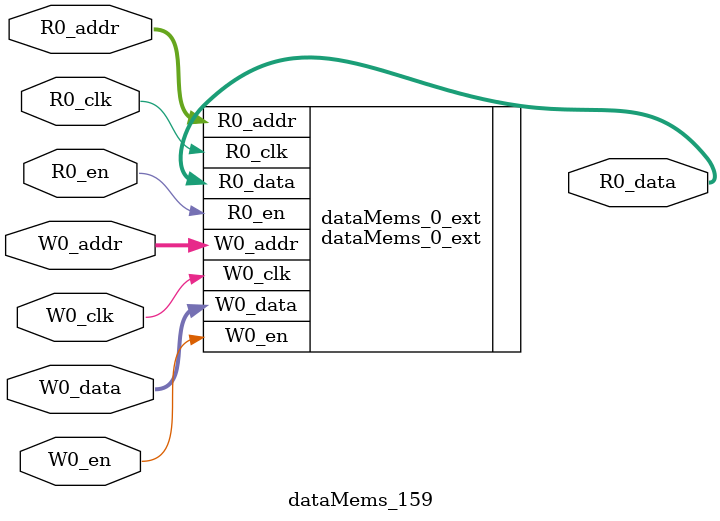
<source format=sv>
`ifndef RANDOMIZE
  `ifdef RANDOMIZE_REG_INIT
    `define RANDOMIZE
  `endif // RANDOMIZE_REG_INIT
`endif // not def RANDOMIZE
`ifndef RANDOMIZE
  `ifdef RANDOMIZE_MEM_INIT
    `define RANDOMIZE
  `endif // RANDOMIZE_MEM_INIT
`endif // not def RANDOMIZE

`ifndef RANDOM
  `define RANDOM $random
`endif // not def RANDOM

// Users can define 'PRINTF_COND' to add an extra gate to prints.
`ifndef PRINTF_COND_
  `ifdef PRINTF_COND
    `define PRINTF_COND_ (`PRINTF_COND)
  `else  // PRINTF_COND
    `define PRINTF_COND_ 1
  `endif // PRINTF_COND
`endif // not def PRINTF_COND_

// Users can define 'ASSERT_VERBOSE_COND' to add an extra gate to assert error printing.
`ifndef ASSERT_VERBOSE_COND_
  `ifdef ASSERT_VERBOSE_COND
    `define ASSERT_VERBOSE_COND_ (`ASSERT_VERBOSE_COND)
  `else  // ASSERT_VERBOSE_COND
    `define ASSERT_VERBOSE_COND_ 1
  `endif // ASSERT_VERBOSE_COND
`endif // not def ASSERT_VERBOSE_COND_

// Users can define 'STOP_COND' to add an extra gate to stop conditions.
`ifndef STOP_COND_
  `ifdef STOP_COND
    `define STOP_COND_ (`STOP_COND)
  `else  // STOP_COND
    `define STOP_COND_ 1
  `endif // STOP_COND
`endif // not def STOP_COND_

// Users can define INIT_RANDOM as general code that gets injected into the
// initializer block for modules with registers.
`ifndef INIT_RANDOM
  `define INIT_RANDOM
`endif // not def INIT_RANDOM

// If using random initialization, you can also define RANDOMIZE_DELAY to
// customize the delay used, otherwise 0.002 is used.
`ifndef RANDOMIZE_DELAY
  `define RANDOMIZE_DELAY 0.002
`endif // not def RANDOMIZE_DELAY

// Define INIT_RANDOM_PROLOG_ for use in our modules below.
`ifndef INIT_RANDOM_PROLOG_
  `ifdef RANDOMIZE
    `ifdef VERILATOR
      `define INIT_RANDOM_PROLOG_ `INIT_RANDOM
    `else  // VERILATOR
      `define INIT_RANDOM_PROLOG_ `INIT_RANDOM #`RANDOMIZE_DELAY begin end
    `endif // VERILATOR
  `else  // RANDOMIZE
    `define INIT_RANDOM_PROLOG_
  `endif // RANDOMIZE
`endif // not def INIT_RANDOM_PROLOG_

// Include register initializers in init blocks unless synthesis is set
`ifndef SYNTHESIS
  `ifndef ENABLE_INITIAL_REG_
    `define ENABLE_INITIAL_REG_
  `endif // not def ENABLE_INITIAL_REG_
`endif // not def SYNTHESIS

// Include rmemory initializers in init blocks unless synthesis is set
`ifndef SYNTHESIS
  `ifndef ENABLE_INITIAL_MEM_
    `define ENABLE_INITIAL_MEM_
  `endif // not def ENABLE_INITIAL_MEM_
`endif // not def SYNTHESIS

module dataMems_159(	// @[generators/ara/src/main/scala/UnsafeAXI4ToTL.scala:365:62]
  input  [4:0]  R0_addr,
  input         R0_en,
  input         R0_clk,
  output [66:0] R0_data,
  input  [4:0]  W0_addr,
  input         W0_en,
  input         W0_clk,
  input  [66:0] W0_data
);

  dataMems_0_ext dataMems_0_ext (	// @[generators/ara/src/main/scala/UnsafeAXI4ToTL.scala:365:62]
    .R0_addr (R0_addr),
    .R0_en   (R0_en),
    .R0_clk  (R0_clk),
    .R0_data (R0_data),
    .W0_addr (W0_addr),
    .W0_en   (W0_en),
    .W0_clk  (W0_clk),
    .W0_data (W0_data)
  );
endmodule


</source>
